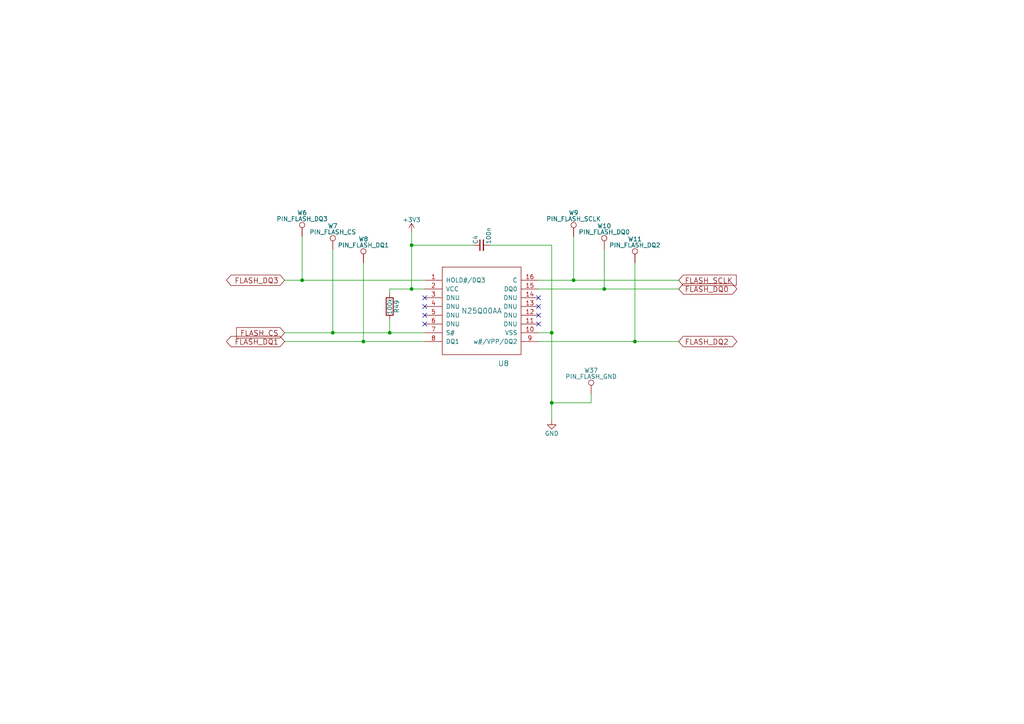
<source format=kicad_sch>
(kicad_sch (version 20231120) (generator "eeschema") (generator_version "8.0")
  (paper "A4")
  (lib_symbols
    (symbol "TEST4-rescue:+3.3V" (power) (pin_names (offset 0))
      (property "Value" "+3.3V" (at 0 3.556 0))
      (symbol "+3.3V_0_1"
        (polyline (pts (xy -0.762 1.27) (xy 0 2.54)))
        (polyline (pts (xy 0 0) (xy 0 2.54)))
        (polyline (pts (xy 0 2.54) (xy 0.762 1.27)))
      )
      (symbol "+3.3V_1_1"
        (pin power_in line (at 0 0 90) (length 0) hide (name "+3V3") (number "1"))
      )
    )
    (symbol "TEST4-rescue:C_Small" (pin_numbers hide) (pin_names (offset 0.254) hide)
      (property "Reference" "C" (at 0.254 1.778 0))
      (property "Value" "C_Small" (at 0.254 -2.032 0))
      (symbol "C_Small_0_1"
        (polyline (pts (xy -1.524 -0.508) (xy 1.524 -0.508)) (stroke (width 0.3302)))
        (polyline (pts (xy -1.524 0.508) (xy 1.524 0.508)) (stroke (width 0.3048)))
      )
      (symbol "C_Small_1_1"
        (pin passive line (at 0 2.54 270) (length 2.032) (name "~") (number "1"))
        (pin passive line (at 0 -2.54 90) (length 2.032) (name "~") (number "2"))
      )
    )
    (symbol "TEST4-rescue:GND" (power) (pin_names (offset 0))
      (property "Value" "GND" (at 0 -3.81 0))
      (symbol "GND_0_1"
        (polyline (pts (xy 0 0) (xy 0 -1.27) (xy 1.27 -1.27) (xy 0 -2.54) (xy -1.27 -1.27) (xy 0 -1.27)))
      )
      (symbol "GND_1_1"
        (pin power_in line (at 0 0 270) (length 0) hide (name "GND") (number "1"))
      )
    )
    (symbol "TEST4-rescue:N25Q00AA" (pin_names (offset 1.016))
      (property "Reference" "U" (at 6.35 -15.24 0))
      (property "Value" "N25Q00AA" (at 0 0 0))
      (symbol "N25Q00AA_0_1"
        (rectangle (start -11.43 12.7) (end 11.43 -12.7))
      )
      (symbol "N25Q00AA_1_1"
        (pin bidirectional line (at -16.51 8.89 0) (length 5.08) (name "HOLD#/DQ3") (number "1"))
        (pin power_in line (at 16.51 -6.35 180) (length 5.08) (name "VSS") (number "10"))
        (pin passive line (at 16.51 -3.81 180) (length 5.08) (name "DNU") (number "11"))
        (pin passive line (at 16.51 -1.27 180) (length 5.08) (name "DNU") (number "12"))
        (pin passive line (at 16.51 1.27 180) (length 5.08) (name "DNU") (number "13"))
        (pin passive line (at 16.51 3.81 180) (length 5.08) (name "DNU") (number "14"))
        (pin bidirectional line (at 16.51 6.35 180) (length 5.08) (name "DQ0") (number "15"))
        (pin input line (at 16.51 8.89 180) (length 5.08) (name "C") (number "16"))
        (pin power_in line (at -16.51 6.35 0) (length 5.08) (name "VCC") (number "2"))
        (pin passive line (at -16.51 3.81 0) (length 5.08) (name "DNU") (number "3"))
        (pin passive line (at -16.51 1.27 0) (length 5.08) (name "DNU") (number "4"))
        (pin passive line (at -16.51 -1.27 0) (length 5.08) (name "DNU") (number "5"))
        (pin passive line (at -16.51 -3.81 0) (length 5.08) (name "DNU") (number "6"))
        (pin input line (at -16.51 -6.35 0) (length 5.08) (name "S#") (number "7"))
        (pin bidirectional line (at -16.51 -8.89 0) (length 5.08) (name "DQ1") (number "8"))
        (pin bidirectional line (at 16.51 -8.89 180) (length 5.08) (name "w#/VPP/DQ2") (number "9"))
      )
    )
    (symbol "TEST4-rescue:R" (pin_numbers hide) (pin_names (offset 0))
      (property "Reference" "R" (at 2.032 0 90))
      (property "Value" "R" (at 0 0 90))
      (symbol "R_0_1"
        (rectangle (start -1.016 -2.54) (end 1.016 2.54) (stroke (width 0.254)))
      )
      (symbol "R_1_1"
        (pin passive line (at 0 3.81 270) (length 1.27) (name "~") (number "1"))
        (pin passive line (at 0 -3.81 90) (length 1.27) (name "~") (number "2"))
      )
    )
    (symbol "TEST4-rescue:TEST_1P" (pin_numbers hide) (pin_names (offset 0.762) hide)
      (property "Reference" "W" (at 0 6.858 0))
      (property "Value" "TEST_1P" (at 0 5.08 0))
      (symbol "TEST_1P_0_1"
        (circle (center 0 3.302) (radius 0.762))
      )
      (symbol "TEST_1P_1_1"
        (pin passive line (at 0 0 90) (length 2.54) (name "1") (number "1"))
      )
    )
  )
  (junction (at 119.38 83.82))
  (junction (at 96.52 96.52))
  (junction (at 160.02 96.52))
  (junction (at 119.38 71.12))
  (junction (at 184.15 99.06))
  (junction (at 175.26 83.82))
  (junction (at 87.63 81.28))
  (junction (at 113.03 96.52))
  (junction (at 166.37 81.28))
  (junction (at 160.02 116.84))
  (junction (at 105.41 99.06))
  (no_connect (at 156.21 88.9))
  (no_connect (at 123.19 86.36))
  (no_connect (at 156.21 91.44))
  (no_connect (at 123.19 91.44))
  (no_connect (at 123.19 88.9))
  (no_connect (at 123.19 93.98))
  (no_connect (at 156.21 93.98))
  (no_connect (at 156.21 86.36))
  (wire (pts (xy 113.03 83.82) (xy 119.38 83.82)))
  (wire (pts (xy 156.21 96.52) (xy 160.02 96.52)))
  (wire (pts (xy 87.63 68.58) (xy 87.63 81.28)))
  (wire (pts (xy 82.55 96.52) (xy 96.52 96.52)))
  (wire (pts (xy 160.02 71.12) (xy 160.02 96.52)))
  (wire (pts (xy 142.24 71.12) (xy 160.02 71.12)))
  (wire (pts (xy 119.38 83.82) (xy 123.19 83.82)))
  (wire (pts (xy 166.37 81.28) (xy 196.85 81.28)))
  (wire (pts (xy 156.21 83.82) (xy 175.26 83.82)))
  (wire (pts (xy 119.38 67.31) (xy 119.38 71.12)))
  (wire (pts (xy 156.21 81.28) (xy 166.37 81.28)))
  (wire (pts (xy 119.38 71.12) (xy 137.16 71.12)))
  (wire (pts (xy 82.55 99.06) (xy 105.41 99.06)))
  (wire (pts (xy 166.37 68.58) (xy 166.37 81.28)))
  (wire (pts (xy 175.26 72.39) (xy 175.26 83.82)))
  (wire (pts (xy 96.52 72.39) (xy 96.52 96.52)))
  (wire (pts (xy 87.63 81.28) (xy 123.19 81.28)))
  (wire (pts (xy 119.38 71.12) (xy 119.38 83.82)))
  (wire (pts (xy 160.02 96.52) (xy 160.02 116.84)))
  (wire (pts (xy 156.21 99.06) (xy 184.15 99.06)))
  (wire (pts (xy 160.02 116.84) (xy 160.02 121.92)))
  (wire (pts (xy 113.03 85.09) (xy 113.03 83.82)))
  (wire (pts (xy 175.26 83.82) (xy 196.85 83.82)))
  (wire (pts (xy 105.41 99.06) (xy 123.19 99.06)))
  (wire (pts (xy 113.03 92.71) (xy 113.03 96.52)))
  (wire (pts (xy 105.41 76.2) (xy 105.41 99.06)))
  (wire (pts (xy 184.15 99.06) (xy 196.85 99.06)))
  (wire (pts (xy 171.45 114.3) (xy 171.45 116.84)))
  (wire (pts (xy 82.55 81.28) (xy 87.63 81.28)))
  (wire (pts (xy 171.45 116.84) (xy 160.02 116.84)))
  (wire (pts (xy 113.03 96.52) (xy 123.19 96.52)))
  (wire (pts (xy 184.15 76.2) (xy 184.15 99.06)))
  (wire (pts (xy 96.52 96.52) (xy 113.03 96.52)))
  (global_label "FLASH_DQ2" (shape bidirectional) (at 196.85 99.06 0) (effects (font (size 1.524 1.524))) (property "Intersheetrefs" "${INTERSHEET_REFS}" (effects (hide yes))))
  (global_label "FLASH_CS" (shape input) (at 82.55 96.52 180) (effects (font (size 1.524 1.524))) (property "Intersheetrefs" "${INTERSHEET_REFS}" (effects (hide yes))))
  (global_label "FLASH_DQ3" (shape bidirectional) (at 82.55 81.28 180) (effects (font (size 1.524 1.524))) (property "Intersheetrefs" "${INTERSHEET_REFS}" (effects (hide yes))))
  (global_label "FLASH_SCLK" (shape input) (at 196.85 81.28 0) (effects (font (size 1.524 1.524))) (property "Intersheetrefs" "${INTERSHEET_REFS}" (effects (hide yes))))
  (global_label "FLASH_DQ1" (shape bidirectional) (at 82.55 99.06 180) (effects (font (size 1.524 1.524))) (property "Intersheetrefs" "${INTERSHEET_REFS}" (effects (hide yes))))
  (global_label "FLASH_DQ0" (shape bidirectional) (at 196.85 83.82 0) (effects (font (size 1.524 1.524))) (property "Intersheetrefs" "${INTERSHEET_REFS}" (effects (hide yes))))
  (symbol (lib_name "TEST4-rescue:C_Small") (lib_id "TEST4-rescue:C_Small") (at 139.7 71.12 90) (unit 1)
    (property "Reference" "C4" (at 137.922 70.866 0) (effects (justify left)))
    (property "Value" "100n" (at 141.732 70.866 0) (effects (justify left)))
    (property "Footprint" "mylib:C_1206" (effects (hide yes)))
  )
  (symbol (lib_name "TEST4-rescue:+3.3V") (lib_id "TEST4-rescue:+3.3V") (at 119.38 67.31 0) (unit 1)
    (property "Reference" "#PWR062" (effects (hide yes)))
    (property "Value" "+3V3" (at 119.38 63.754 0))
  )
  (symbol (lib_name "TEST4-rescue:GND") (lib_id "TEST4-rescue:GND") (at 160.02 121.92 0) (unit 1)
    (property "Reference" "#PWR063" (effects (hide yes)))
    (property "Value" "GND" (at 160.02 125.73 0))
  )
  (symbol (lib_name "TEST4-rescue:N25Q00AA") (lib_id "TEST4-rescue:N25Q00AA") (at 139.7 90.17 0) (unit 1)
    (property "Reference" "U8" (at 146.05 105.41 0) (effects (font (size 1.524 1.524))))
    (property "Value" "N25Q00AA" (at 139.7 90.17 0) (effects (font (size 1.524 1.524))))
    (property "Footprint" "mylib:SO-16-W" (effects (hide yes)))
  )
  (symbol (lib_name "TEST4-rescue:TEST_1P") (lib_id "TEST4-rescue:TEST_1P") (at 87.63 68.58 0) (unit 1)
    (property "Reference" "W6" (at 87.63 61.722 0))
    (property "Value" "PIN_FLASH_DQ3" (at 87.63 63.5 0))
    (property "Footprint" "mylib:TestPad_09mmDrill" (effects (hide yes)))
  )
  (symbol (lib_name "TEST4-rescue:TEST_1P") (lib_id "TEST4-rescue:TEST_1P") (at 96.52 72.39 0) (unit 1)
    (property "Reference" "W7" (at 96.52 65.532 0))
    (property "Value" "PIN_FLASH_CS" (at 96.52 67.31 0))
    (property "Footprint" "mylib:TestPad_09mmDrill" (effects (hide yes)))
  )
  (symbol (lib_name "TEST4-rescue:TEST_1P") (lib_id "TEST4-rescue:TEST_1P") (at 105.41 76.2 0) (unit 1)
    (property "Reference" "W8" (at 105.41 69.342 0))
    (property "Value" "PIN_FLASH_DQ1" (at 105.41 71.12 0))
    (property "Footprint" "mylib:TestPad_09mmDrill" (effects (hide yes)))
  )
  (symbol (lib_name "TEST4-rescue:TEST_1P") (lib_id "TEST4-rescue:TEST_1P") (at 166.37 68.58 0) (unit 1)
    (property "Reference" "W9" (at 166.37 61.722 0))
    (property "Value" "PIN_FLASH_SCLK" (at 166.37 63.5 0))
    (property "Footprint" "mylib:TestPad_09mmDrill" (effects (hide yes)))
  )
  (symbol (lib_name "TEST4-rescue:TEST_1P") (lib_id "TEST4-rescue:TEST_1P") (at 175.26 72.39 0) (unit 1)
    (property "Reference" "W10" (at 175.26 65.532 0))
    (property "Value" "PIN_FLASH_DQ0" (at 175.26 67.31 0))
    (property "Footprint" "mylib:TestPad_09mmDrill" (effects (hide yes)))
  )
  (symbol (lib_name "TEST4-rescue:TEST_1P") (lib_id "TEST4-rescue:TEST_1P") (at 184.15 76.2 0) (unit 1)
    (property "Reference" "W11" (at 184.15 69.342 0))
    (property "Value" "PIN_FLASH_DQ2" (at 184.15 71.12 0))
    (property "Footprint" "mylib:TestPad_09mmDrill" (effects (hide yes)))
  )
  (symbol (lib_name "TEST4-rescue:TEST_1P") (lib_id "TEST4-rescue:TEST_1P") (at 171.45 114.3 0) (unit 1)
    (property "Reference" "W37" (at 171.45 107.442 0))
    (property "Value" "PIN_FLASH_GND" (at 171.45 109.22 0))
    (property "Footprint" "mylib:TestPad_09mmDrill" (effects (hide yes)))
  )
  (symbol (lib_name "TEST4-rescue:R") (lib_id "TEST4-rescue:R") (at 113.03 88.9 0) (unit 1)
    (property "Reference" "R49" (at 115.062 88.9 90))
    (property "Value" "100k" (at 113.03 88.9 90))
    (property "Footprint" "mylib:R_1206" (effects (hide yes)))
  )
)
</source>
